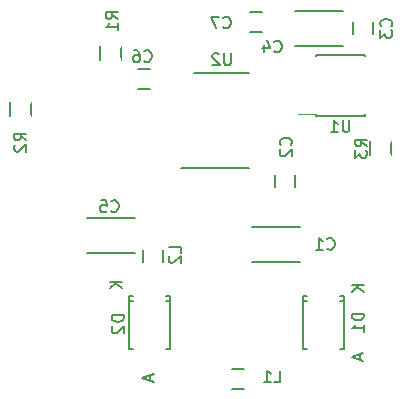
<source format=gbr>
G04 #@! TF.FileFunction,Legend,Bot*
%FSLAX46Y46*%
G04 Gerber Fmt 4.6, Leading zero omitted, Abs format (unit mm)*
G04 Created by KiCad (PCBNEW (2015-05-13 BZR 5653)-product) date 7. 1. 2016 10:50:59*
%MOMM*%
G01*
G04 APERTURE LIST*
%ADD10C,0.150000*%
%ADD11R,1.924000X1.924000*%
%ADD12R,2.200000X2.630000*%
%ADD13R,1.650000X1.400000*%
%ADD14R,1.400000X1.650000*%
%ADD15R,2.200860X2.899360*%
%ADD16C,6.400000*%
%ADD17R,1.700000X1.100000*%
%ADD18R,1.950000X1.000000*%
%ADD19R,1.500000X0.800000*%
%ADD20C,1.901140*%
G04 APERTURE END LIST*
D10*
X145422000Y-100292000D02*
X141322000Y-100292000D01*
X145422000Y-103292000D02*
X141322000Y-103292000D01*
X143280000Y-96958000D02*
X143280000Y-95958000D01*
X144980000Y-95958000D02*
X144980000Y-96958000D01*
X151584000Y-83004000D02*
X151584000Y-84004000D01*
X149884000Y-84004000D02*
X149884000Y-83004000D01*
X131692000Y-86972000D02*
X132692000Y-86972000D01*
X132692000Y-88672000D02*
X131692000Y-88672000D01*
X149182060Y-106596860D02*
X148831540Y-106596860D01*
X145681940Y-106596860D02*
X146032460Y-106596860D01*
X149182060Y-110646440D02*
X148831540Y-110646440D01*
X149182060Y-106145560D02*
X148831540Y-106145560D01*
X145681940Y-106145560D02*
X146032460Y-106145560D01*
X145681940Y-110646440D02*
X146032460Y-110646440D01*
X149182060Y-106145560D02*
X149182060Y-110646440D01*
X145681940Y-106145560D02*
X145681940Y-110646440D01*
X134450060Y-106596860D02*
X134099540Y-106596860D01*
X130949940Y-106596860D02*
X131300460Y-106596860D01*
X134450060Y-110646440D02*
X134099540Y-110646440D01*
X134450060Y-106145560D02*
X134099540Y-106145560D01*
X130949940Y-106145560D02*
X131300460Y-106145560D01*
X130949940Y-110646440D02*
X131300460Y-110646440D01*
X134450060Y-106145560D02*
X134450060Y-110646440D01*
X130949940Y-106145560D02*
X130949940Y-110646440D01*
X140644500Y-114007000D02*
X139644500Y-114007000D01*
X139644500Y-112307000D02*
X140644500Y-112307000D01*
X132104000Y-103308000D02*
X132104000Y-102308000D01*
X133804000Y-102308000D02*
X133804000Y-103308000D01*
X130273000Y-86202000D02*
X130273000Y-85002000D01*
X128523000Y-85002000D02*
X128523000Y-86202000D01*
X120903000Y-89762000D02*
X120903000Y-90962000D01*
X122653000Y-90962000D02*
X122653000Y-89762000D01*
X151383000Y-93064000D02*
X151383000Y-94264000D01*
X153133000Y-94264000D02*
X153133000Y-93064000D01*
X146754000Y-90905000D02*
X146754000Y-90760000D01*
X150904000Y-90905000D02*
X150904000Y-90760000D01*
X150904000Y-85755000D02*
X150904000Y-85900000D01*
X146754000Y-85755000D02*
X146754000Y-85900000D01*
X146754000Y-90905000D02*
X150904000Y-90905000D01*
X146754000Y-85755000D02*
X150904000Y-85755000D01*
X146754000Y-90760000D02*
X145354000Y-90760000D01*
X136410001Y-95331534D02*
X136410001Y-95306534D01*
X141060001Y-95331534D02*
X141060001Y-95306534D01*
X141060001Y-87281534D02*
X141060001Y-87306534D01*
X136410001Y-87281534D02*
X136410001Y-87306534D01*
X136410001Y-95331534D02*
X141060001Y-95331534D01*
X136410001Y-87281534D02*
X141060001Y-87281534D01*
X136410001Y-95306534D02*
X135335001Y-95306534D01*
X144997000Y-85004000D02*
X149097000Y-85004000D01*
X144997000Y-82004000D02*
X149097000Y-82004000D01*
X127344000Y-102530000D02*
X131444000Y-102530000D01*
X127344000Y-99530000D02*
X131444000Y-99530000D01*
X141168500Y-82081000D02*
X142168500Y-82081000D01*
X142168500Y-83781000D02*
X141168500Y-83781000D01*
X147725666Y-102149143D02*
X147773285Y-102196762D01*
X147916142Y-102244381D01*
X148011380Y-102244381D01*
X148154238Y-102196762D01*
X148249476Y-102101524D01*
X148297095Y-102006286D01*
X148344714Y-101815810D01*
X148344714Y-101672952D01*
X148297095Y-101482476D01*
X148249476Y-101387238D01*
X148154238Y-101292000D01*
X148011380Y-101244381D01*
X147916142Y-101244381D01*
X147773285Y-101292000D01*
X147725666Y-101339619D01*
X146773285Y-102244381D02*
X147344714Y-102244381D01*
X147059000Y-102244381D02*
X147059000Y-101244381D01*
X147154238Y-101387238D01*
X147249476Y-101482476D01*
X147344714Y-101530095D01*
X144614143Y-93370334D02*
X144661762Y-93322715D01*
X144709381Y-93179858D01*
X144709381Y-93084620D01*
X144661762Y-92941762D01*
X144566524Y-92846524D01*
X144471286Y-92798905D01*
X144280810Y-92751286D01*
X144137952Y-92751286D01*
X143947476Y-92798905D01*
X143852238Y-92846524D01*
X143757000Y-92941762D01*
X143709381Y-93084620D01*
X143709381Y-93179858D01*
X143757000Y-93322715D01*
X143804619Y-93370334D01*
X143804619Y-93751286D02*
X143757000Y-93798905D01*
X143709381Y-93894143D01*
X143709381Y-94132239D01*
X143757000Y-94227477D01*
X143804619Y-94275096D01*
X143899857Y-94322715D01*
X143995095Y-94322715D01*
X144137952Y-94275096D01*
X144709381Y-93703667D01*
X144709381Y-94322715D01*
X153123143Y-83337334D02*
X153170762Y-83289715D01*
X153218381Y-83146858D01*
X153218381Y-83051620D01*
X153170762Y-82908762D01*
X153075524Y-82813524D01*
X152980286Y-82765905D01*
X152789810Y-82718286D01*
X152646952Y-82718286D01*
X152456476Y-82765905D01*
X152361238Y-82813524D01*
X152266000Y-82908762D01*
X152218381Y-83051620D01*
X152218381Y-83146858D01*
X152266000Y-83289715D01*
X152313619Y-83337334D01*
X152218381Y-83670667D02*
X152218381Y-84289715D01*
X152599333Y-83956381D01*
X152599333Y-84099239D01*
X152646952Y-84194477D01*
X152694571Y-84242096D01*
X152789810Y-84289715D01*
X153027905Y-84289715D01*
X153123143Y-84242096D01*
X153170762Y-84194477D01*
X153218381Y-84099239D01*
X153218381Y-83813524D01*
X153170762Y-83718286D01*
X153123143Y-83670667D01*
X132231666Y-86274143D02*
X132279285Y-86321762D01*
X132422142Y-86369381D01*
X132517380Y-86369381D01*
X132660238Y-86321762D01*
X132755476Y-86226524D01*
X132803095Y-86131286D01*
X132850714Y-85940810D01*
X132850714Y-85797952D01*
X132803095Y-85607476D01*
X132755476Y-85512238D01*
X132660238Y-85417000D01*
X132517380Y-85369381D01*
X132422142Y-85369381D01*
X132279285Y-85417000D01*
X132231666Y-85464619D01*
X131374523Y-85369381D02*
X131565000Y-85369381D01*
X131660238Y-85417000D01*
X131707857Y-85464619D01*
X131803095Y-85607476D01*
X131850714Y-85797952D01*
X131850714Y-86178905D01*
X131803095Y-86274143D01*
X131755476Y-86321762D01*
X131660238Y-86369381D01*
X131469761Y-86369381D01*
X131374523Y-86321762D01*
X131326904Y-86274143D01*
X131279285Y-86178905D01*
X131279285Y-85940810D01*
X131326904Y-85845571D01*
X131374523Y-85797952D01*
X131469761Y-85750333D01*
X131660238Y-85750333D01*
X131755476Y-85797952D01*
X131803095Y-85845571D01*
X131850714Y-85940810D01*
X150805381Y-107657905D02*
X149805381Y-107657905D01*
X149805381Y-107896000D01*
X149853000Y-108038858D01*
X149948238Y-108134096D01*
X150043476Y-108181715D01*
X150233952Y-108229334D01*
X150376810Y-108229334D01*
X150567286Y-108181715D01*
X150662524Y-108134096D01*
X150757762Y-108038858D01*
X150805381Y-107896000D01*
X150805381Y-107657905D01*
X150805381Y-109181715D02*
X150805381Y-108610286D01*
X150805381Y-108896000D02*
X149805381Y-108896000D01*
X149948238Y-108800762D01*
X150043476Y-108705524D01*
X150091095Y-108610286D01*
X150834381Y-105234095D02*
X149834381Y-105234095D01*
X150834381Y-105805524D02*
X150262952Y-105376952D01*
X149834381Y-105805524D02*
X150405810Y-105234095D01*
X150498667Y-111057905D02*
X150498667Y-111534096D01*
X150784381Y-110962667D02*
X149784381Y-111296000D01*
X150784381Y-111629334D01*
X130485381Y-107784905D02*
X129485381Y-107784905D01*
X129485381Y-108023000D01*
X129533000Y-108165858D01*
X129628238Y-108261096D01*
X129723476Y-108308715D01*
X129913952Y-108356334D01*
X130056810Y-108356334D01*
X130247286Y-108308715D01*
X130342524Y-108261096D01*
X130437762Y-108165858D01*
X130485381Y-108023000D01*
X130485381Y-107784905D01*
X129580619Y-108737286D02*
X129533000Y-108784905D01*
X129485381Y-108880143D01*
X129485381Y-109118239D01*
X129533000Y-109213477D01*
X129580619Y-109261096D01*
X129675857Y-109308715D01*
X129771095Y-109308715D01*
X129913952Y-109261096D01*
X130485381Y-108689667D01*
X130485381Y-109308715D01*
X130358381Y-104959095D02*
X129358381Y-104959095D01*
X130358381Y-105530524D02*
X129786952Y-105101952D01*
X129358381Y-105530524D02*
X129929810Y-104959095D01*
X132739667Y-112856905D02*
X132739667Y-113333096D01*
X133025381Y-112761667D02*
X132025381Y-113095000D01*
X133025381Y-113428334D01*
X143232166Y-113482381D02*
X143708357Y-113482381D01*
X143708357Y-112482381D01*
X142375023Y-113482381D02*
X142946452Y-113482381D01*
X142660738Y-113482381D02*
X142660738Y-112482381D01*
X142755976Y-112625238D01*
X142851214Y-112720476D01*
X142946452Y-112768095D01*
X135311381Y-102514334D02*
X135311381Y-102038143D01*
X134311381Y-102038143D01*
X134406619Y-102800048D02*
X134359000Y-102847667D01*
X134311381Y-102942905D01*
X134311381Y-103181001D01*
X134359000Y-103276239D01*
X134406619Y-103323858D01*
X134501857Y-103371477D01*
X134597095Y-103371477D01*
X134739952Y-103323858D01*
X135311381Y-102752429D01*
X135311381Y-103371477D01*
X129977381Y-82702334D02*
X129501190Y-82369000D01*
X129977381Y-82130905D02*
X128977381Y-82130905D01*
X128977381Y-82511858D01*
X129025000Y-82607096D01*
X129072619Y-82654715D01*
X129167857Y-82702334D01*
X129310714Y-82702334D01*
X129405952Y-82654715D01*
X129453571Y-82607096D01*
X129501190Y-82511858D01*
X129501190Y-82130905D01*
X129977381Y-83654715D02*
X129977381Y-83083286D01*
X129977381Y-83369000D02*
X128977381Y-83369000D01*
X129120238Y-83273762D01*
X129215476Y-83178524D01*
X129263095Y-83083286D01*
X122230381Y-92989334D02*
X121754190Y-92656000D01*
X122230381Y-92417905D02*
X121230381Y-92417905D01*
X121230381Y-92798858D01*
X121278000Y-92894096D01*
X121325619Y-92941715D01*
X121420857Y-92989334D01*
X121563714Y-92989334D01*
X121658952Y-92941715D01*
X121706571Y-92894096D01*
X121754190Y-92798858D01*
X121754190Y-92417905D01*
X121325619Y-93370286D02*
X121278000Y-93417905D01*
X121230381Y-93513143D01*
X121230381Y-93751239D01*
X121278000Y-93846477D01*
X121325619Y-93894096D01*
X121420857Y-93941715D01*
X121516095Y-93941715D01*
X121658952Y-93894096D01*
X122230381Y-93322667D01*
X122230381Y-93941715D01*
X151074381Y-93497334D02*
X150598190Y-93164000D01*
X151074381Y-92925905D02*
X150074381Y-92925905D01*
X150074381Y-93306858D01*
X150122000Y-93402096D01*
X150169619Y-93449715D01*
X150264857Y-93497334D01*
X150407714Y-93497334D01*
X150502952Y-93449715D01*
X150550571Y-93402096D01*
X150598190Y-93306858D01*
X150598190Y-92925905D01*
X150074381Y-93830667D02*
X150074381Y-94449715D01*
X150455333Y-94116381D01*
X150455333Y-94259239D01*
X150502952Y-94354477D01*
X150550571Y-94402096D01*
X150645810Y-94449715D01*
X150883905Y-94449715D01*
X150979143Y-94402096D01*
X151026762Y-94354477D01*
X151074381Y-94259239D01*
X151074381Y-93973524D01*
X151026762Y-93878286D01*
X150979143Y-93830667D01*
X149590905Y-91282381D02*
X149590905Y-92091905D01*
X149543286Y-92187143D01*
X149495667Y-92234762D01*
X149400429Y-92282381D01*
X149209952Y-92282381D01*
X149114714Y-92234762D01*
X149067095Y-92187143D01*
X149019476Y-92091905D01*
X149019476Y-91282381D01*
X148019476Y-92282381D02*
X148590905Y-92282381D01*
X148305191Y-92282381D02*
X148305191Y-91282381D01*
X148400429Y-91425238D01*
X148495667Y-91520476D01*
X148590905Y-91568095D01*
X139557905Y-85623381D02*
X139557905Y-86432905D01*
X139510286Y-86528143D01*
X139462667Y-86575762D01*
X139367429Y-86623381D01*
X139176952Y-86623381D01*
X139081714Y-86575762D01*
X139034095Y-86528143D01*
X138986476Y-86432905D01*
X138986476Y-85623381D01*
X138557905Y-85718619D02*
X138510286Y-85671000D01*
X138415048Y-85623381D01*
X138176952Y-85623381D01*
X138081714Y-85671000D01*
X138034095Y-85718619D01*
X137986476Y-85813857D01*
X137986476Y-85909095D01*
X138034095Y-86051952D01*
X138605524Y-86623381D01*
X137986476Y-86623381D01*
X143232166Y-85447143D02*
X143279785Y-85494762D01*
X143422642Y-85542381D01*
X143517880Y-85542381D01*
X143660738Y-85494762D01*
X143755976Y-85399524D01*
X143803595Y-85304286D01*
X143851214Y-85113810D01*
X143851214Y-84970952D01*
X143803595Y-84780476D01*
X143755976Y-84685238D01*
X143660738Y-84590000D01*
X143517880Y-84542381D01*
X143422642Y-84542381D01*
X143279785Y-84590000D01*
X143232166Y-84637619D01*
X142375023Y-84875714D02*
X142375023Y-85542381D01*
X142613119Y-84494762D02*
X142851214Y-85209048D01*
X142232166Y-85209048D01*
X129437666Y-98974143D02*
X129485285Y-99021762D01*
X129628142Y-99069381D01*
X129723380Y-99069381D01*
X129866238Y-99021762D01*
X129961476Y-98926524D01*
X130009095Y-98831286D01*
X130056714Y-98640810D01*
X130056714Y-98497952D01*
X130009095Y-98307476D01*
X129961476Y-98212238D01*
X129866238Y-98117000D01*
X129723380Y-98069381D01*
X129628142Y-98069381D01*
X129485285Y-98117000D01*
X129437666Y-98164619D01*
X128532904Y-98069381D02*
X129009095Y-98069381D01*
X129056714Y-98545571D01*
X129009095Y-98497952D01*
X128913857Y-98450333D01*
X128675761Y-98450333D01*
X128580523Y-98497952D01*
X128532904Y-98545571D01*
X128485285Y-98640810D01*
X128485285Y-98878905D01*
X128532904Y-98974143D01*
X128580523Y-99021762D01*
X128675761Y-99069381D01*
X128913857Y-99069381D01*
X129009095Y-99021762D01*
X129056714Y-98974143D01*
X138914166Y-83415143D02*
X138961785Y-83462762D01*
X139104642Y-83510381D01*
X139199880Y-83510381D01*
X139342738Y-83462762D01*
X139437976Y-83367524D01*
X139485595Y-83272286D01*
X139533214Y-83081810D01*
X139533214Y-82938952D01*
X139485595Y-82748476D01*
X139437976Y-82653238D01*
X139342738Y-82558000D01*
X139199880Y-82510381D01*
X139104642Y-82510381D01*
X138961785Y-82558000D01*
X138914166Y-82605619D01*
X138580833Y-82510381D02*
X137914166Y-82510381D01*
X138342738Y-83510381D01*
%LPC*%
D11*
X134033500Y-80202000D03*
X134033500Y-77662000D03*
D12*
X145082000Y-101792000D03*
X142162000Y-101792000D03*
D13*
X144130000Y-95458000D03*
X144130000Y-97458000D03*
X150734000Y-84504000D03*
X150734000Y-82504000D03*
D14*
X133192000Y-87822000D03*
X131192000Y-87822000D03*
D15*
X147432000Y-106397020D03*
X147432000Y-110394980D03*
X132700000Y-106397020D03*
X132700000Y-110394980D03*
D11*
X143876000Y-110682000D03*
X141336000Y-110682000D03*
X143876000Y-108142000D03*
X141336000Y-108142000D03*
X143876000Y-105602000D03*
X141336000Y-105602000D03*
X157338000Y-88838000D03*
X154798000Y-88838000D03*
X157338000Y-86298000D03*
X154798000Y-86298000D03*
X131493500Y-80202000D03*
X131493500Y-77662000D03*
X136573500Y-80202000D03*
X136573500Y-77662000D03*
X139113500Y-77662000D03*
X139113500Y-80202000D03*
X146748500Y-77660500D03*
X146748500Y-80200500D03*
X141653500Y-77662000D03*
X141653500Y-80202000D03*
X136510000Y-98236000D03*
X139050000Y-98236000D03*
X141590000Y-98236000D03*
X126858000Y-86552000D03*
X124318000Y-86552000D03*
X126858000Y-89092000D03*
X124318000Y-89092000D03*
X157338000Y-96458000D03*
X154798000Y-96458000D03*
X157338000Y-93918000D03*
X154798000Y-93918000D03*
X126858000Y-96712000D03*
X124318000Y-96712000D03*
X157338000Y-101538000D03*
X154798000Y-101538000D03*
X157338000Y-98998000D03*
X154798000Y-98998000D03*
X157338000Y-91378000D03*
X154798000Y-91378000D03*
X136256000Y-105602000D03*
X138796000Y-105602000D03*
X136256000Y-108142000D03*
X138796000Y-108142000D03*
X136256000Y-110682000D03*
X138796000Y-110682000D03*
X126858000Y-94172000D03*
X124318000Y-94172000D03*
X126858000Y-91632000D03*
X124318000Y-91632000D03*
D14*
X139144500Y-113157000D03*
X141144500Y-113157000D03*
D13*
X132954000Y-101808000D03*
X132954000Y-103808000D03*
D16*
X155560000Y-79440000D03*
X155560000Y-109920000D03*
X125080000Y-79440000D03*
X125080000Y-109920000D03*
D17*
X129398000Y-84652000D03*
X129398000Y-86552000D03*
X121778000Y-91312000D03*
X121778000Y-89412000D03*
X152258000Y-94614000D03*
X152258000Y-92714000D03*
D18*
X146129000Y-90235000D03*
X146129000Y-88965000D03*
X146129000Y-87695000D03*
X146129000Y-86425000D03*
X151529000Y-86425000D03*
X151529000Y-87695000D03*
X151529000Y-88965000D03*
X151529000Y-90235000D03*
D19*
X135885001Y-94881534D03*
X135885001Y-94231534D03*
X135885001Y-93581534D03*
X135885001Y-92931534D03*
X135885001Y-92281534D03*
X135885001Y-91631534D03*
X135885001Y-90981534D03*
X135885001Y-90331534D03*
X135885001Y-89681534D03*
X135885001Y-89031534D03*
X135885001Y-88381534D03*
X135885001Y-87731534D03*
X141585001Y-87731534D03*
X141585001Y-88381534D03*
X141585001Y-89031534D03*
X141585001Y-89681534D03*
X141585001Y-90331534D03*
X141585001Y-90981534D03*
X141585001Y-91631534D03*
X141585001Y-92281534D03*
X141585001Y-92931534D03*
X141585001Y-93581534D03*
X141585001Y-94231534D03*
X141585001Y-94881534D03*
D20*
X131303000Y-92747060D03*
X131303000Y-97628940D03*
D12*
X145337000Y-83504000D03*
X148257000Y-83504000D03*
X127684000Y-101030000D03*
X130604000Y-101030000D03*
D14*
X142668500Y-82931000D03*
X140668500Y-82931000D03*
D11*
X144208500Y-80200500D03*
X144208500Y-77660500D03*
X149288500Y-80200500D03*
X149288500Y-77660500D03*
M02*

</source>
